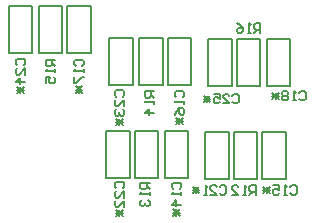
<source format=gbo>
G04*
G04 #@! TF.GenerationSoftware,Altium Limited,Altium Designer,21.8.1 (53)*
G04*
G04 Layer_Color=32896*
%FSLAX44Y44*%
%MOMM*%
G71*
G04*
G04 #@! TF.SameCoordinates,C4D929B5-7D41-4403-8FE4-D3E0D308529A*
G04*
G04*
G04 #@! TF.FilePolarity,Positive*
G04*
G01*
G75*
%ADD13C,0.2000*%
D13*
X845980Y970600D02*
Y1010600D01*
Y970600D02*
X865980D01*
X845980Y1010600D02*
X865980D01*
Y970600D02*
Y1010600D01*
X762160Y971870D02*
Y1011870D01*
Y971870D02*
X782160D01*
X762160Y1011870D02*
X782160D01*
Y971870D02*
Y1011870D01*
X677070Y998540D02*
Y1038540D01*
Y998540D02*
X697070D01*
X677070Y1038540D02*
X697070D01*
Y998540D02*
Y1038540D01*
X759620Y893060D02*
Y933060D01*
Y893060D02*
X779620D01*
X759620Y933060D02*
X779620D01*
Y893060D02*
Y933060D01*
X842170Y891860D02*
Y931860D01*
Y891860D02*
X862170D01*
X842170Y931860D02*
X862170D01*
Y891860D02*
Y931860D01*
X813910Y891860D02*
Y931860D01*
X793910D02*
X813910D01*
X793910Y891860D02*
X813910D01*
X793910D02*
Y931860D01*
X818040Y891860D02*
Y931860D01*
Y891860D02*
X838040D01*
X818040Y931860D02*
X838040D01*
Y891860D02*
Y931860D01*
X734220Y893130D02*
Y933130D01*
Y893130D02*
X754220D01*
X734220Y933130D02*
X754220D01*
Y893130D02*
Y933130D01*
X730090Y893130D02*
Y933130D01*
X710090D02*
X730090D01*
X710090Y893130D02*
X730090D01*
X710090D02*
Y933130D01*
X738030Y971870D02*
Y1011870D01*
Y971870D02*
X758030D01*
X738030Y1011870D02*
X758030D01*
Y971870D02*
Y1011870D01*
X732630Y971870D02*
Y1011870D01*
X712630D02*
X732630D01*
X712630Y971870D02*
X732630D01*
X712630D02*
Y1011870D01*
X820580Y970600D02*
Y1010600D01*
Y970600D02*
X840580D01*
X820580Y1010600D02*
X840580D01*
Y970600D02*
Y1010600D01*
X816450Y970670D02*
Y1010670D01*
X796450D02*
X816450D01*
X796450Y970670D02*
X816450D01*
X796450D02*
Y1010670D01*
X647540Y998610D02*
Y1038610D01*
X627540D02*
X647540D01*
X627540Y998610D02*
X647540D01*
X627540D02*
Y1038610D01*
X652940Y998470D02*
Y1038470D01*
Y998470D02*
X672940D01*
X652940Y1038470D02*
X672940D01*
Y998470D02*
Y1038470D01*
X840577Y1015811D02*
Y1023809D01*
X836578D01*
X835245Y1022476D01*
Y1019810D01*
X836578Y1018477D01*
X840577D01*
X837911D02*
X835245Y1015811D01*
X832579D02*
X829914D01*
X831246D01*
Y1023809D01*
X832579Y1022476D01*
X820583Y1023809D02*
X823249Y1022476D01*
X825915Y1019810D01*
Y1017144D01*
X824582Y1015811D01*
X821916D01*
X820583Y1017144D01*
Y1018477D01*
X821916Y1019810D01*
X825915D01*
X666939Y992977D02*
X658941D01*
Y988978D01*
X660274Y987645D01*
X662940D01*
X664273Y988978D01*
Y992977D01*
Y990311D02*
X666939Y987645D01*
Y984979D02*
Y982314D01*
Y983646D01*
X658941D01*
X660274Y984979D01*
X658941Y972983D02*
Y978315D01*
X662940D01*
X661607Y975649D01*
Y974316D01*
X662940Y972983D01*
X665606D01*
X666939Y974316D01*
Y976982D01*
X665606Y978315D01*
X750759Y966307D02*
X742761D01*
Y962308D01*
X744094Y960975D01*
X746760D01*
X748093Y962308D01*
Y966307D01*
Y963641D02*
X750759Y960975D01*
Y958309D02*
Y955644D01*
Y956976D01*
X742761D01*
X744094Y958309D01*
X750759Y947646D02*
X742761D01*
X746760Y951645D01*
Y946313D01*
X746949Y888837D02*
X738951D01*
Y884838D01*
X740284Y883505D01*
X742950D01*
X744283Y884838D01*
Y888837D01*
Y886171D02*
X746949Y883505D01*
Y880839D02*
Y878174D01*
Y879507D01*
X738951D01*
X740284Y880839D01*
Y874175D02*
X738951Y872842D01*
Y870176D01*
X740284Y868843D01*
X741617D01*
X742950Y870176D01*
Y871509D01*
Y870176D01*
X744283Y868843D01*
X745616D01*
X746949Y870176D01*
Y872842D01*
X745616Y874175D01*
X836767Y878651D02*
Y886649D01*
X832768D01*
X831435Y885316D01*
Y882650D01*
X832768Y881317D01*
X836767D01*
X834101D02*
X831435Y878651D01*
X828769D02*
X826104D01*
X827436D01*
Y886649D01*
X828769Y885316D01*
X816773Y878651D02*
X822105D01*
X816773Y883983D01*
Y885316D01*
X818106Y886649D01*
X820772D01*
X822105Y885316D01*
X817050Y962786D02*
X818383Y964119D01*
X821049D01*
X822382Y962786D01*
Y957454D01*
X821049Y956121D01*
X818383D01*
X817050Y957454D01*
X809053Y956121D02*
X814385D01*
X809053Y961453D01*
Y962786D01*
X810386Y964119D01*
X813052D01*
X814385Y962786D01*
X801056Y964119D02*
X806387D01*
Y960120D01*
X803721Y961453D01*
X802388D01*
X801056Y960120D01*
Y957454D01*
X802388Y956121D01*
X805054D01*
X806387Y957454D01*
X798390Y962786D02*
X793058Y957454D01*
X798390D02*
X793058Y962786D01*
X798390Y960120D02*
X793058D01*
X795724Y957454D02*
Y962786D01*
X634874Y988500D02*
X633541Y989833D01*
Y992499D01*
X634874Y993832D01*
X640206D01*
X641539Y992499D01*
Y989833D01*
X640206Y988500D01*
X641539Y980503D02*
Y985835D01*
X636207Y980503D01*
X634874D01*
X633541Y981836D01*
Y984502D01*
X634874Y985835D01*
X641539Y973838D02*
X633541D01*
X637540Y977837D01*
Y972505D01*
X634874Y969840D02*
X640206Y964508D01*
Y969840D02*
X634874Y964508D01*
X637540Y969840D02*
Y964508D01*
X640206Y967174D02*
X634874D01*
X718694Y961830D02*
X717361Y963163D01*
Y965829D01*
X718694Y967162D01*
X724026D01*
X725359Y965829D01*
Y963163D01*
X724026Y961830D01*
X725359Y953833D02*
Y959165D01*
X720027Y953833D01*
X718694D01*
X717361Y955166D01*
Y957832D01*
X718694Y959165D01*
Y951167D02*
X717361Y949834D01*
Y947168D01*
X718694Y945835D01*
X720027D01*
X721360Y947168D01*
Y948501D01*
Y947168D01*
X722693Y945835D01*
X724026D01*
X725359Y947168D01*
Y949834D01*
X724026Y951167D01*
X718694Y943170D02*
X724026Y937838D01*
Y943170D02*
X718694Y937838D01*
X721360Y943170D02*
Y937838D01*
X724026Y940504D02*
X718694D01*
Y884360D02*
X717361Y885693D01*
Y888359D01*
X718694Y889692D01*
X724026D01*
X725359Y888359D01*
Y885693D01*
X724026Y884360D01*
X725359Y876363D02*
Y881694D01*
X720027Y876363D01*
X718694D01*
X717361Y877696D01*
Y880362D01*
X718694Y881694D01*
X725359Y868365D02*
Y873697D01*
X720027Y868365D01*
X718694D01*
X717361Y869698D01*
Y872364D01*
X718694Y873697D01*
Y865700D02*
X724026Y860368D01*
Y865700D02*
X718694Y860368D01*
X721360Y865700D02*
Y860368D01*
X724026Y863034D02*
X718694D01*
X806224Y885316D02*
X807557Y886649D01*
X810223D01*
X811555Y885316D01*
Y879984D01*
X810223Y878651D01*
X807557D01*
X806224Y879984D01*
X798226Y878651D02*
X803558D01*
X798226Y883983D01*
Y885316D01*
X799559Y886649D01*
X802225D01*
X803558Y885316D01*
X795561Y878651D02*
X792895D01*
X794228D01*
Y886649D01*
X795561Y885316D01*
X788896D02*
X783565Y879984D01*
X788896D02*
X783565Y885316D01*
X788896Y882650D02*
X783565D01*
X786230Y879984D02*
Y885316D01*
X873534Y965326D02*
X874867Y966659D01*
X877533D01*
X878866Y965326D01*
Y959994D01*
X877533Y958661D01*
X874867D01*
X873534Y959994D01*
X870868Y958661D02*
X868202D01*
X869535D01*
Y966659D01*
X870868Y965326D01*
X864203D02*
X862871Y966659D01*
X860205D01*
X858872Y965326D01*
Y963993D01*
X860205Y962660D01*
X858872Y961327D01*
Y959994D01*
X860205Y958661D01*
X862871D01*
X864203Y959994D01*
Y961327D01*
X862871Y962660D01*
X864203Y963993D01*
Y965326D01*
X862871Y962660D02*
X860205D01*
X856206Y965326D02*
X850874Y959994D01*
X856206D02*
X850874Y965326D01*
X856206Y962660D02*
X850874D01*
X853540Y959994D02*
Y965326D01*
X684404Y987834D02*
X683071Y989167D01*
Y991833D01*
X684404Y993166D01*
X689736D01*
X691069Y991833D01*
Y989167D01*
X689736Y987834D01*
X691069Y985168D02*
Y982502D01*
Y983835D01*
X683071D01*
X684404Y985168D01*
X683071Y978503D02*
Y973172D01*
X684404D01*
X689736Y978503D01*
X691069D01*
X684404Y970506D02*
X689736Y965174D01*
Y970506D02*
X684404Y965174D01*
X687070Y970506D02*
Y965174D01*
X689736Y967840D02*
X684404D01*
X769494Y961164D02*
X768161Y962497D01*
Y965163D01*
X769494Y966496D01*
X774826D01*
X776159Y965163D01*
Y962497D01*
X774826Y961164D01*
X776159Y958498D02*
Y955832D01*
Y957165D01*
X768161D01*
X769494Y958498D01*
X768161Y946502D02*
X769494Y949168D01*
X772160Y951833D01*
X774826D01*
X776159Y950501D01*
Y947835D01*
X774826Y946502D01*
X773493D01*
X772160Y947835D01*
Y951833D01*
X769494Y943836D02*
X774826Y938504D01*
Y943836D02*
X769494Y938504D01*
X772160Y943836D02*
Y938504D01*
X774826Y941170D02*
X769494D01*
X865914Y885316D02*
X867247Y886649D01*
X869913D01*
X871245Y885316D01*
Y879984D01*
X869913Y878651D01*
X867247D01*
X865914Y879984D01*
X863248Y878651D02*
X860582D01*
X861915D01*
Y886649D01*
X863248Y885316D01*
X851252Y886649D02*
X856583D01*
Y882650D01*
X853918Y883983D01*
X852585D01*
X851252Y882650D01*
Y879984D01*
X852585Y878651D01*
X855251D01*
X856583Y879984D01*
X848586Y885316D02*
X843254Y879984D01*
X848586D02*
X843254Y885316D01*
X848586Y882650D02*
X843254D01*
X845920Y879984D02*
Y885316D01*
X766954Y883694D02*
X765621Y885027D01*
Y887693D01*
X766954Y889025D01*
X772286D01*
X773619Y887693D01*
Y885027D01*
X772286Y883694D01*
X773619Y881028D02*
Y878362D01*
Y879695D01*
X765621D01*
X766954Y881028D01*
X773619Y870365D02*
X765621D01*
X769620Y874363D01*
Y869032D01*
X766954Y866366D02*
X772286Y861034D01*
Y866366D02*
X766954Y861034D01*
X769620Y866366D02*
Y861034D01*
X772286Y863700D02*
X766954D01*
M02*

</source>
